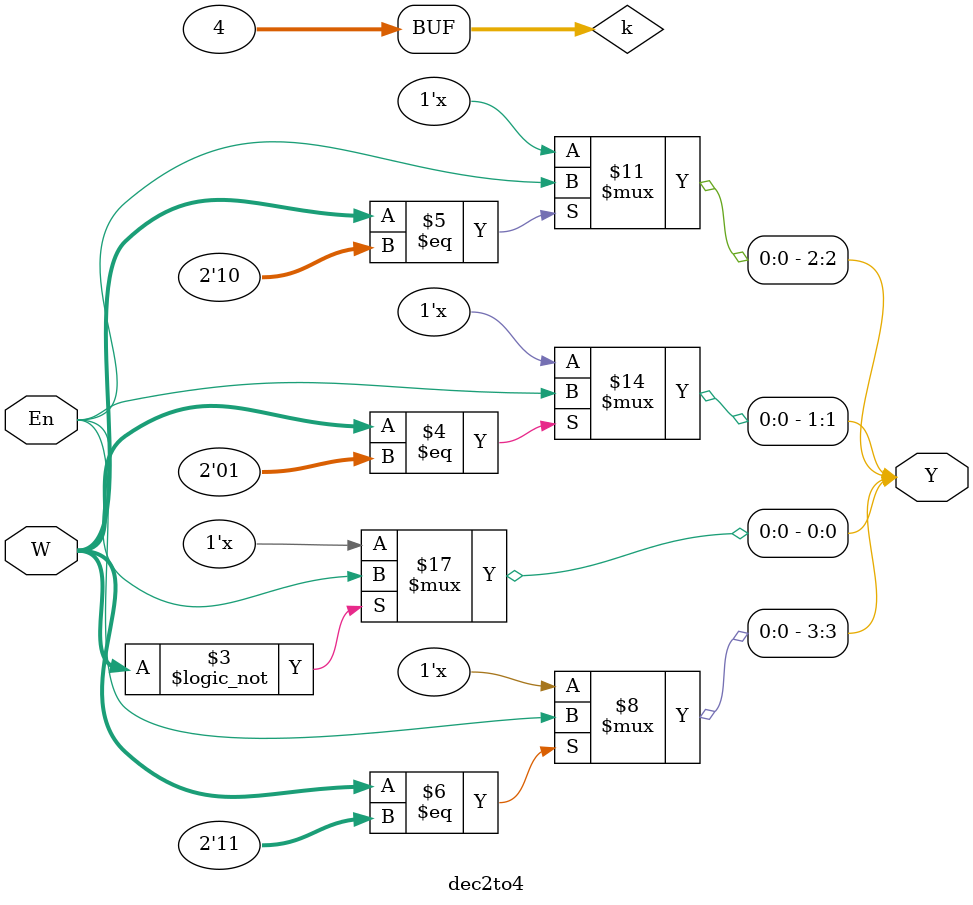
<source format=v>
module dec2to4 (W, En, Y);
	input [1:0] W;
	input En;
	output reg [0:3] Y;
	integer k;

	always @(W, En)
		for (k = 0; k <= 3; k = k+1)
			if (W == k)
				Y[k] = En;

endmodule


</source>
